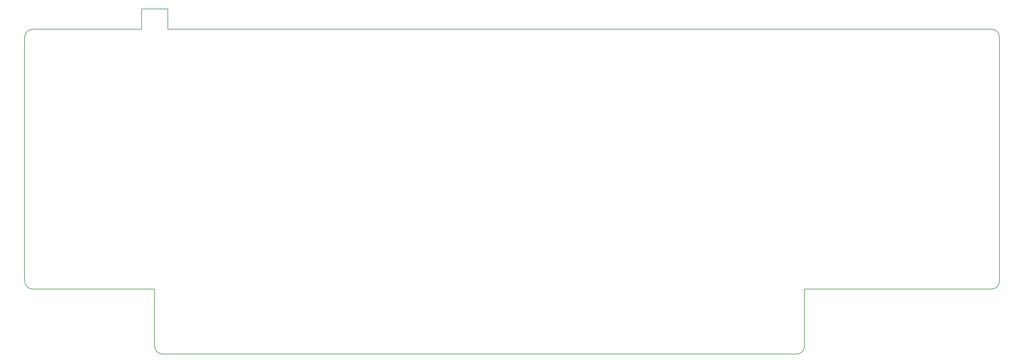
<source format=gbr>
G04 #@! TF.FileFunction,Profile,NP*
%FSLAX46Y46*%
G04 Gerber Fmt 4.6, Leading zero omitted, Abs format (unit mm)*
G04 Created by KiCad (PCBNEW 4.0.5-e0-6337~49~ubuntu16.04.1) date Thu Feb 23 02:19:28 2017*
%MOMM*%
%LPD*%
G01*
G04 APERTURE LIST*
%ADD10C,0.100000*%
%ADD11C,0.150000*%
G04 APERTURE END LIST*
D10*
D11*
X46136719Y-11906250D02*
X14287500Y-11906250D01*
X53875781Y-11906250D02*
X295275000Y-11906250D01*
X240506250Y-88106250D02*
X295275000Y-88106250D01*
X240506250Y-104775000D02*
X240506250Y-88106250D01*
X52387500Y-107156250D02*
X238125000Y-107156250D01*
X50006250Y-88106250D02*
X50006250Y-104775000D01*
X14287500Y-88106250D02*
X50006250Y-88106250D01*
X11906250Y-14287500D02*
X11906250Y-85725000D01*
X297656250Y-85725000D02*
X297656250Y-14287500D01*
X238125000Y-107156250D02*
G75*
G03X240506250Y-104775000I0J2381250D01*
G01*
X295275000Y-88106250D02*
G75*
G03X297656250Y-85725000I0J2381250D01*
G01*
X297656250Y-14287500D02*
G75*
G03X295275000Y-11906250I-2381250J0D01*
G01*
X14287500Y-11906250D02*
G75*
G03X11906250Y-14287500I0J-2381250D01*
G01*
X11906250Y-85725000D02*
G75*
G03X14287500Y-88106250I2381250J0D01*
G01*
X50006250Y-104775000D02*
G75*
G03X52387500Y-107156250I2381250J0D01*
G01*
X46136719Y-5953125D02*
X46136719Y-11906250D01*
X53875781Y-5953125D02*
X46136719Y-5953125D01*
X53875781Y-11906250D02*
X53875781Y-5953125D01*
M02*

</source>
